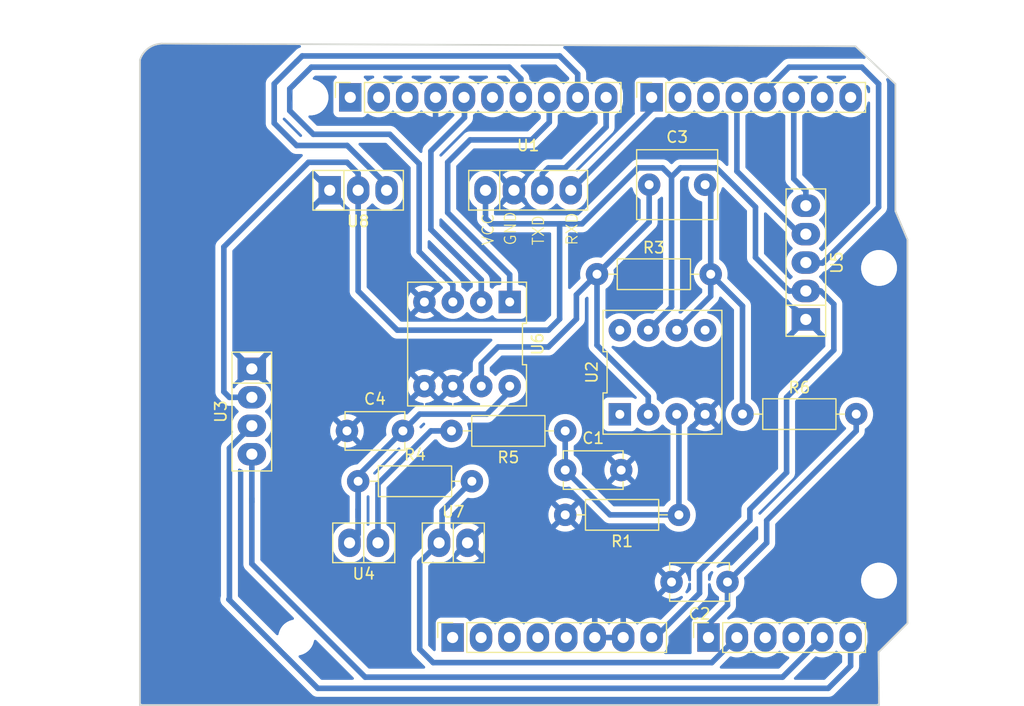
<source format=kicad_pcb>
(kicad_pcb (version 20241229) (generator "pcbnew") (generator_version "9.0")
  (title_block (title "Graphite Sensor Test Bench ") (date "18 Feburary 2026") (rev "1.0"))
  (layers (0 "F.Cu" signal) (2 "B.Cu" signal) (13 "F.Paste" user) (15 "B.Paste" user) (5 "F.SilkS" user "F.Silkscreen") (7 "B.SilkS" user "B.Silkscreen") (1 "F.Mask" user) (3 "B.Mask" user) (25 "Edge.Cuts" user))
  (net 0 "")
  (net 1 "GND")
  (net 3 "+5V")
  (net 4 "/IOREF")
  (net 5 "/A2")
  (net 6 "/A3")
  (net 7 "MOSI")
  (net 8 "SCL")
  (net 9 "SCK")
  (net 10 "/12")
  (net 11 "/AREF")
  (net 12 "SS")
  (net 13 "SDA")
  (net 14 "CLK")
  (net 15 "SW")
  (net 16 "/*6")
  (net 17 "/*5")
  (net 18 "/TX{slash}1")
  (net 19 "DT")
  (net 20 "/RX{slash}0")
  (net 21 "+3V3")
  (net 22 "VCC")
  (net 23 "/~{RESET}")
  (net 26 "Net-(U2-+IN)")
  (net 27 "Net-(U2-OUT)")
  (net 28 "PWM")
  (net 29 "Flex_output")
  (net 30 "TXD")
  (net 31 "RXD")
  (net 32 "ADC")
  (net 33 "Pot_1")
  (net 35 "Net-(U4-Output)")
  (footprint "Connector_PinSocket_2.54mm:PinSocket_1x08_P2.54mm_Vertical" (layer "F.Cu") (at 127.94 97.46 90)
    (property "Reference" "J1" (hide yes))
    (property "Value" "Power")
    (fp_line (start 1.33 -1.33) (end 1.33 0) (stroke (width 0.12)) (layer "F.SilkS"))
    (fp_line (start 0 -1.33) (end 1.33 -1.33) (stroke (width 0.12)) (layer "F.SilkS"))
    (fp_line (start 1.33 1.27) (end 1.33 19.11) (stroke (width 0.12)) (layer "F.SilkS"))
    (fp_line (start -1.33 1.27) (end 1.33 1.27) (stroke (width 0.12)) (layer "F.SilkS"))
    (fp_line (start -1.33 1.27) (end -1.33 19.11) (stroke (width 0.12)) (layer "F.SilkS"))
    (fp_line (start -1.33 19.11) (end 1.33 19.11) (stroke (width 0.12)) (layer "F.SilkS"))
    (pad "1" thru_hole rect (at 0 0 90) (size 2.54 2) (drill 1) (layers "*.Cu" "*.Mask"))
    (pad "2" thru_hole oval (at 0 2.54 90) (size 2.54 2) (drill 1) (layers "*.Cu" "*.Mask") (net 4 "/IOREF"))
    (pad "3" thru_hole oval (at 0 5.08 90) (size 2.54 2) (drill 1) (layers "*.Cu" "*.Mask") (net 23 "/~{RESET}"))
    (pad "4" thru_hole oval (at 0 7.62 90) (size 2.54 2) (drill 1) (layers "*.Cu" "*.Mask") (net 21 "+3V3"))
    (pad "5" thru_hole oval (at 0 10.16 90) (size 2.54 2) (drill 1) (layers "*.Cu" "*.Mask") (net 3 "+5V"))
    (pad "6" thru_hole oval (at 0 12.7 90) (size 2.54 2) (drill 1) (layers "*.Cu" "*.Mask") (net 1 "GND"))
    (pad "7" thru_hole oval (at 0 15.24 90) (size 2.54 2) (drill 1) (layers "*.Cu" "*.Mask") (net 1 "GND"))
    (pad "8" thru_hole oval (at 0 17.78 90) (size 2.54 2) (drill 1) (layers "*.Cu" "*.Mask") (net 22 "VCC"))
  )
  (footprint "Connector_PinSocket_2.54mm:PinSocket_1x06_P2.54mm_Vertical" (layer "F.Cu") (at 150.8 97.46 90)
    (property "Reference" "J3" (hide yes))
    (property "Value" "Analog")
    (fp_line (start 1.33 -1.33) (end 1.33 0) (stroke (width 0.12)) (layer "F.SilkS"))
    (fp_line (start 0 -1.33) (end 1.33 -1.33) (stroke (width 0.12)) (layer "F.SilkS"))
    (fp_line (start 1.33 1.27) (end 1.33 14.03) (stroke (width 0.12)) (layer "F.SilkS"))
    (fp_line (start -1.33 1.27) (end 1.33 1.27) (stroke (width 0.12)) (layer "F.SilkS"))
    (fp_line (start -1.33 1.27) (end -1.33 14.03) (stroke (width 0.12)) (layer "F.SilkS"))
    (fp_line (start -1.33 14.03) (end 1.33 14.03) (stroke (width 0.12)) (layer "F.SilkS"))
    (pad "1" thru_hole rect (at 0 0 90) (size 2.54 2) (drill 1) (layers "*.Cu" "*.Mask") (net 32 "ADC"))
    (pad "2" thru_hole oval (at 0 2.54 90) (size 2.54 2) (drill 1) (layers "*.Cu" "*.Mask") (net 29 "Flex_output"))
    (pad "3" thru_hole oval (at 0 5.08 90) (size 2.54 2) (drill 1) (layers "*.Cu" "*.Mask") (net 5 "/A2"))
    (pad "4" thru_hole oval (at 0 7.62 90) (size 2.54 2) (drill 1) (layers "*.Cu" "*.Mask") (net 6 "/A3"))
    (pad "5" thru_hole oval (at 0 10.16 90) (size 2.54 2) (drill 1) (layers "*.Cu" "*.Mask") (net 13 "SDA"))
    (pad "6" thru_hole oval (at 0 12.7 90) (size 2.54 2) (drill 1) (layers "*.Cu" "*.Mask") (net 8 "SCL"))
  )
  (footprint "Connector_PinSocket_2.54mm:PinSocket_1x10_P2.54mm_Vertical" (layer "F.Cu") (at 118.796 49.2 90)
    (property "Reference" "J2" (hide yes))
    (property "Value" "Digital/PWM")
    (fp_line (start 1.33 -1.33) (end 1.33 0) (stroke (width 0.12)) (layer "F.SilkS"))
    (fp_line (start 0 -1.33) (end 1.33 -1.33) (stroke (width 0.12)) (layer "F.SilkS"))
    (fp_line (start 1.33 1.27) (end 1.33 24.19) (stroke (width 0.12)) (layer "F.SilkS"))
    (fp_line (start -1.33 1.27) (end 1.33 1.27) (stroke (width 0.12)) (layer "F.SilkS"))
    (fp_line (start -1.33 1.27) (end -1.33 24.19) (stroke (width 0.12)) (layer "F.SilkS"))
    (fp_line (start -1.33 24.19) (end 1.33 24.19) (stroke (width 0.12)) (layer "F.SilkS"))
    (pad "1" thru_hole rect (at 0 0 90) (size 2.54 2) (drill 1) (layers "*.Cu" "*.Mask") (net 8 "SCL"))
    (pad "2" thru_hole oval (at 0 2.54 90) (size 2.54 2) (drill 1) (layers "*.Cu" "*.Mask") (net 13 "SDA"))
    (pad "3" thru_hole oval (at 0 5.08 90) (size 2.54 2) (drill 1) (layers "*.Cu" "*.Mask") (net 11 "/AREF"))
    (pad "4" thru_hole oval (at 0 7.62 90) (size 2.54 2) (drill 1) (layers "*.Cu" "*.Mask") (net 1 "GND"))
    (pad "5" thru_hole oval (at 0 10.16 90) (size 2.54 2) (drill 1) (layers "*.Cu" "*.Mask") (net 9 "SCK"))
    (pad "6" thru_hole oval (at 0 12.7 90) (size 2.54 2) (drill 1) (layers "*.Cu" "*.Mask") (net 10 "/12"))
    (pad "7" thru_hole oval (at 0 15.24 90) (size 2.54 2) (drill 1) (layers "*.Cu" "*.Mask") (net 7 "MOSI"))
    (pad "8" thru_hole oval (at 0 17.78 90) (size 2.54 2) (drill 1) (layers "*.Cu" "*.Mask") (net 12 "SS"))
    (pad "9" thru_hole oval (at 0 20.32 90) (size 2.54 2) (drill 1) (layers "*.Cu" "*.Mask") (net 28 "PWM"))
    (pad "10" thru_hole oval (at 0 22.86 90) (size 2.54 2) (drill 1) (layers "*.Cu" "*.Mask") (net 30 "TXD"))
  )
  (footprint "Connector_PinSocket_2.54mm:PinSocket_1x08_P2.54mm_Vertical" (layer "F.Cu") (at 145.72 49.2 90)
    (property "Reference" "J4" (hide yes))
    (property "Value" "Digital/PWM")
    (fp_line (start 1.33 -1.33) (end 1.33 0) (stroke (width 0.12)) (layer "F.SilkS"))
    (fp_line (start 0 -1.33) (end 1.33 -1.33) (stroke (width 0.12)) (layer "F.SilkS"))
    (fp_line (start 1.33 1.27) (end 1.33 19.11) (stroke (width 0.12)) (layer "F.SilkS"))
    (fp_line (start -1.33 1.27) (end 1.33 1.27) (stroke (width 0.12)) (layer "F.SilkS"))
    (fp_line (start -1.33 1.27) (end -1.33 19.11) (stroke (width 0.12)) (layer "F.SilkS"))
    (fp_line (start -1.33 19.11) (end 1.33 19.11) (stroke (width 0.12)) (layer "F.SilkS"))
    (pad "1" thru_hole rect (at 0 0 90) (size 2.54 2) (drill 1) (layers "*.Cu" "*.Mask") (net 31 "RXD"))
    (pad "2" thru_hole oval (at 0 2.54 90) (size 2.54 2) (drill 1) (layers "*.Cu" "*.Mask") (net 16 "/*6"))
    (pad "3" thru_hole oval (at 0 5.08 90) (size 2.54 2) (drill 1) (layers "*.Cu" "*.Mask") (net 17 "/*5"))
    (pad "4" thru_hole oval (at 0 7.62 90) (size 2.54 2) (drill 1) (layers "*.Cu" "*.Mask") (net 19 "DT"))
    (pad "5" thru_hole oval (at 0 10.16 90) (size 2.54 2) (drill 1) (layers "*.Cu" "*.Mask") (net 15 "SW"))
    (pad "6" thru_hole oval (at 0 12.7 90) (size 2.54 2) (drill 1) (layers "*.Cu" "*.Mask") (net 14 "CLK"))
    (pad "7" thru_hole oval (at 0 15.24 90) (size 2.54 2) (drill 1) (layers "*.Cu" "*.Mask") (net 18 "/TX{slash}1"))
    (pad "8" thru_hole oval (at 0 17.78 90) (size 2.54 2) (drill 1) (layers "*.Cu" "*.Mask") (net 20 "/RX{slash}0"))
  )
  (footprint "Capacitor_THT:C_Disc_D5.1mm_W3.2mm_P5.00mm" (layer "F.Cu") (at 138 82.5)
    (property "Reference" "C1" (at 2.5 -2.85 0) (layer "F.SilkS"))
    (property "Value" "100n")
    (fp_line (start -0.17 -1.72) (end -0.17 -1.026) (stroke (width 0.12)) (layer "F.SilkS"))
    (fp_line (start -0.17 -1.72) (end 5.17 -1.72) (stroke (width 0.12)) (layer "F.SilkS"))
    (fp_line (start -0.17 1.026) (end -0.17 1.72) (stroke (width 0.12)) (layer "F.SilkS"))
    (fp_line (start -0.17 1.72) (end 5.17 1.72) (stroke (width 0.12)) (layer "F.SilkS"))
    (fp_line (start 5.17 -1.72) (end 5.17 -1.026) (stroke (width 0.12)) (layer "F.SilkS"))
    (fp_line (start 5.17 1.026) (end 5.17 1.72) (stroke (width 0.12)) (layer "F.SilkS"))
    (pad "1" thru_hole circle (at 0 0) (size 2 2) (drill 0.8) (layers "*.Cu" "*.Mask") (net 26 "Net-(U2-+IN)"))
    (pad "2" thru_hole circle (at 5 0) (size 2 2) (drill 0.8) (layers "*.Cu" "*.Mask") (net 1 "GND"))
  )
  (footprint "Resistor_THT:R_Axial_DIN0207_L6.3mm_D2.5mm_P10.16mm_Horizontal" (layer "F.Cu") (at 148.16 86.5 180)
    (property "Reference" "R1" (at 5.08 -2.37 0) (layer "F.SilkS"))
    (property "Value" "100k")
    (fp_line (start 9.12 0) (end 8.35 0) (stroke (width 0.12)) (layer "F.SilkS"))
    (fp_line (start 1.04 0) (end 1.81 0) (stroke (width 0.12)) (layer "F.SilkS"))
    (fp_rect (start 1.81 -1.37) (end 8.35 1.37) (stroke (width 0.12)) (fill no) (layer "F.SilkS"))
    (pad "1" thru_hole circle (at 0 0 180) (size 2 2) (drill 0.8) (layers "*.Cu" "*.Mask") (net 26 "Net-(U2-+IN)"))
    (pad "2" thru_hole circle (at 10.16 0 180) (size 2 2) (drill 0.8) (layers "*.Cu" "*.Mask") (net 1 "GND"))
  )
  (footprint "Resistor_THT:R_Axial_DIN0207_L6.3mm_D2.5mm_P10.16mm_Horizontal" (layer "F.Cu") (at 140.84 65)
    (property "Reference" "R3" (at 5.08 -2.37 0) (layer "F.SilkS"))
    (property "Value" "100k")
    (fp_line (start 1.04 0) (end 1.81 0) (stroke (width 0.12)) (layer "F.SilkS"))
    (fp_line (start 9.12 0) (end 8.35 0) (stroke (width 0.12)) (layer "F.SilkS"))
    (fp_rect (start 1.81 -1.37) (end 8.35 1.37) (stroke (width 0.12)) (fill no) (layer "F.SilkS"))
    (pad "1" thru_hole circle (at 0 0) (size 2 2) (drill 0.8) (layers "*.Cu" "*.Mask") (net 33 "Pot_1"))
    (pad "2" thru_hole circle (at 10.16 0) (size 2 2) (drill 0.8) (layers "*.Cu" "*.Mask") (net 27 "Net-(U2-OUT)"))
  )
  (footprint "graphite_empreinte:Servomotor_header" (layer "F.Cu") (at 119.5 57.5)
    (property "Reference" "U8" (at 0 2.77 0) (layer "F.SilkS"))
    (property "Value" "Servomotor")
    (fp_line (start -4.04 -1.77) (end 4.04 -1.77) (stroke (width 0.12)) (layer "F.SilkS"))
    (fp_line (start -4.04 1.77) (end -4.04 -1.77) (stroke (width 0.12)) (layer "F.SilkS"))
    (fp_line (start -1.27 -1.77) (end -1.27 1.77) (stroke (width 0.12)) (layer "F.SilkS"))
    (fp_line (start 4.04 -1.77) (end 4.04 1.77) (stroke (width 0.12)) (layer "F.SilkS"))
    (fp_line (start 4.04 1.77) (end -4.04 1.77) (stroke (width 0.12)) (layer "F.SilkS"))
    (pad "1" thru_hole rect (at -2.54 0) (size 2 2.54) (drill 1) (layers "*.Cu" "*.Mask") (net 1 "GND"))
    (pad "2" thru_hole oval (at 0 0) (size 2 2.54) (drill 1) (layers "*.Cu" "*.Mask") (net 22 "VCC"))
    (pad "3" thru_hole oval (at 2.54 0) (size 2 2.54) (drill 1) (layers "*.Cu" "*.Mask") (net 28 "PWM"))
  )
  (footprint "graphite_empreinte:LTC1050_1" (layer "F.Cu") (at 146.69 73.76)
    (property "Reference" "U2" (at -6.31 0 90) (layer "F.SilkS"))
    (property "Value" "LTC1050CN8")
    (fp_line (start -5.31 -5.53) (end -5.31 -1.843333) (stroke (width 0.12)) (layer "F.SilkS"))
    (fp_line (start -5.31 -1.843333) (end -4.95 -1.843333) (stroke (width 0.12)) (layer "F.SilkS"))
    (fp_line (start -5.31 1.843333) (end -5.31 5.53) (stroke (width 0.12)) (layer "F.SilkS"))
    (fp_line (start -5.31 5.53) (end 5.31 5.53) (stroke (width 0.12)) (layer "F.SilkS"))
    (fp_line (start -4.95 -1.843333) (end -4.95 1.843333) (stroke (width 0.12)) (layer "F.SilkS"))
    (fp_line (start -4.95 1.843333) (end -5.31 1.843333) (stroke (width 0.12)) (layer "F.SilkS"))
    (fp_line (start 5.31 -5.53) (end -5.31 -5.53) (stroke (width 0.12)) (layer "F.SilkS"))
    (fp_line (start 5.31 5.53) (end 5.31 -5.53) (stroke (width 0.12)) (layer "F.SilkS"))
    (pad "1" thru_hole rect (at -3.81 3.76) (size 2 2) (drill 0.8) (layers "*.Cu" "*.Mask"))
    (pad "2" thru_hole circle (at -1.27 3.76) (size 2 2) (drill 0.8) (layers "*.Cu" "*.Mask") (net 33 "Pot_1"))
    (pad "3" thru_hole circle (at 1.27 3.76) (size 2 2) (drill 0.8) (layers "*.Cu" "*.Mask") (net 26 "Net-(U2-+IN)"))
    (pad "4" thru_hole circle (at 3.81 3.76) (size 2 2) (drill 0.8) (layers "*.Cu" "*.Mask") (net 1 "GND"))
    (pad "5" thru_hole circle (at 3.81 -3.76) (size 2 2) (drill 0.8) (layers "*.Cu" "*.Mask"))
    (pad "6" thru_hole circle (at 1.27 -3.76) (size 2 2) (drill 0.8) (layers "*.Cu" "*.Mask") (net 27 "Net-(U2-OUT)"))
    (pad "7" thru_hole circle (at -1.27 -3.76) (size 2 2) (drill 0.8) (layers "*.Cu" "*.Mask") (net 22 "VCC"))
    (pad "8" thru_hole circle (at -3.81 -3.76) (size 2 2) (drill 0.8) (layers "*.Cu" "*.Mask"))
  )
  (footprint "Arduino_MountingHole:MountingHole_3.2mm" (layer "F.Cu") (at 115.24 49.2)
    (property "Reference" "MH1" (hide yes))
    (property "Value" "MountingHole_3.2mm" (hide yes))
    (pad "" np_thru_hole circle (at 0 0) (size 3.2 3.2) (drill 3.2) (layers "*.Cu" "*.Mask"))
  )
  (footprint "Resistor_THT:R_Axial_DIN0207_L6.3mm_D2.5mm_P10.16mm_Horizontal" (layer "F.Cu") (at 119.5 83.5)
    (property "Reference" "R4" (at 5.08 -2.37 0) (layer "F.SilkS"))
    (property "Value" "27k")
    (fp_line (start 1.04 0) (end 1.81 0) (stroke (width 0.12)) (layer "F.SilkS"))
    (fp_line (start 9.12 0) (end 8.35 0) (stroke (width 0.12)) (layer "F.SilkS"))
    (fp_rect (start 1.81 -1.37) (end 8.35 1.37) (stroke (width 0.12)) (fill no) (layer "F.SilkS"))
    (pad "1" thru_hole circle (at 0 0) (size 2 2) (drill 0.8) (layers "*.Cu" "*.Mask") (net 22 "VCC"))
    (pad "2" thru_hole circle (at 10.16 0) (size 2 2) (drill 0.8) (layers "*.Cu" "*.Mask") (net 29 "Flex_output"))
  )
  (footprint "graphite_empreinte:2_pin_header" (layer "F.Cu") (at 128 89 180)
    (property "Reference" "U7" (at 0 2.77 0) (layer "F.SilkS"))
    (property "Value" "Flex_sensor")
    (fp_line (start 2.77 1.77) (end -2.77 1.77) (stroke (width 0.12)) (layer "F.SilkS"))
    (fp_line (start 2.77 -1.77) (end 2.77 1.77) (stroke (width 0.12)) (layer "F.SilkS"))
    (fp_line (start 0 -1.77) (end 0 1.77) (stroke (width 0.12)) (layer "F.SilkS"))
    (fp_line (start -2.77 1.77) (end -2.77 -1.77) (stroke (width 0.12)) (layer "F.SilkS"))
    (fp_line (start -2.77 -1.77) (end 2.77 -1.77) (stroke (width 0.12)) (layer "F.SilkS"))
    (pad "1" thru_hole oval (at -1.27 0 180) (size 2 2.54) (drill 1) (layers "*.Cu" "*.Mask") (net 1 "GND"))
    (pad "2" thru_hole oval (at 1.27 0 180) (size 2 2.54) (drill 1) (layers "*.Cu" "*.Mask") (net 29 "Flex_output"))
  )
  (footprint "Resistor_THT:R_Axial_DIN0207_L6.3mm_D2.5mm_P10.16mm_Horizontal" (layer "F.Cu") (at 153.84 77.5)
    (property "Reference" "R6" (at 5.08 -2.37 0) (layer "F.SilkS"))
    (property "Value" "1k")
    (fp_line (start 1.04 0) (end 1.81 0) (stroke (width 0.12)) (layer "F.SilkS"))
    (fp_line (start 9.12 0) (end 8.35 0) (stroke (width 0.12)) (layer "F.SilkS"))
    (fp_rect (start 1.81 -1.37) (end 8.35 1.37) (stroke (width 0.12)) (fill no) (layer "F.SilkS"))
    (pad "1" thru_hole circle (at 0 0) (size 2 2) (drill 0.8) (layers "*.Cu" "*.Mask") (net 27 "Net-(U2-OUT)"))
    (pad "2" thru_hole circle (at 10.16 0) (size 2 2) (drill 0.8) (layers "*.Cu" "*.Mask") (net 32 "ADC"))
  )
  (footprint "Capacitor_THT:C_Disc_D5.1mm_W3.2mm_P5.00mm" (layer "F.Cu") (at 118.5 79)
    (property "Reference" "C4" (at 2.5 -2.85 0) (layer "F.SilkS"))
    (property "Value" "100n")
    (fp_line (start -0.17 -1.72) (end -0.17 -1.026) (stroke (width 0.12)) (layer "F.SilkS"))
    (fp_line (start -0.17 -1.72) (end 5.17 -1.72) (stroke (width 0.12)) (layer "F.SilkS"))
    (fp_line (start -0.17 1.026) (end -0.17 1.72) (stroke (width 0.12)) (layer "F.SilkS"))
    (fp_line (start -0.17 1.72) (end 5.17 1.72) (stroke (width 0.12)) (layer "F.SilkS"))
    (fp_line (start 5.17 -1.72) (end 5.17 -1.026) (stroke (width 0.12)) (layer "F.SilkS"))
    (fp_line (start 5.17 1.026) (end 5.17 1.72) (stroke (width 0.12)) (layer "F.SilkS"))
    (pad "1" thru_hole circle (at 0 0) (size 2 2) (drill 0.8) (layers "*.Cu" "*.Mask") (net 1 "GND"))
    (pad "2" thru_hole circle (at 5 0) (size 2 2) (drill 0.8) (layers "*.Cu" "*.Mask") (net 22 "VCC"))
  )
  (footprint "graphite_empreinte:OLED_header" (layer "F.Cu") (at 110 77.27 -90)
    (property "Reference" "U3" (at 0 2.77 90) (layer "F.SilkS"))
    (property "Value" "DM_OLED_096_636")
    (fp_line (start -5.31 1.77) (end -5.31 -1.77) (stroke (width 0.12)) (layer "F.SilkS"))
    (fp_line (start 5.31 1.77) (end -5.31 1.77) (stroke (width 0.12)) (layer "F.SilkS"))
    (fp_line (start -5.31 -1.77) (end 5.31 -1.77) (stroke (width 0.12)) (layer "F.SilkS"))
    (fp_line (start -2.54 -1.77) (end -2.54 1.77) (stroke (width 0.12)) (layer "F.SilkS"))
    (fp_line (start 5.31 -1.77) (end 5.31 1.77) (stroke (width 0.12)) (layer "F.SilkS"))
    (pad "1" thru_hole rect (at -3.81 0 270) (size 2 2.54) (drill 1) (layers "*.Cu" "*.Mask") (net 1 "GND"))
    (pad "2" thru_hole oval (at -1.27 0 270) (size 2 2.54) (drill 1) (layers "*.Cu" "*.Mask") (net 22 "VCC"))
    (pad "3" thru_hole oval (at 1.27 0 270) (size 2 2.54) (drill 1) (layers "*.Cu" "*.Mask") (net 8 "SCL"))
    (pad "4" thru_hole oval (at 3.81 0 270) (size 2 2.54) (drill 1) (layers "*.Cu" "*.Mask") (net 13 "SDA"))
  )
  (footprint "graphite_empreinte:2_pin_header" (layer "F.Cu") (at 120 89)
    (property "Reference" "U4" (at 0 2.77 0) (layer "F.SilkS"))
    (property "Value" "Graphite_sensor")
    (fp_line (start -2.77 -1.77) (end 2.77 -1.77) (stroke (width 0.12)) (layer "F.SilkS"))
    (fp_line (start -2.77 1.77) (end -2.77 -1.77) (stroke (width 0.12)) (layer "F.SilkS"))
    (fp_line (start 0 -1.77) (end 0 1.77) (stroke (width 0.12)) (layer "F.SilkS"))
    (fp_line (start 2.77 -1.77) (end 2.77 1.77) (stroke (width 0.12)) (layer "F.SilkS"))
    (fp_line (start 2.77 1.77) (end -2.77 1.77) (stroke (width 0.12)) (layer "F.SilkS"))
    (pad "1" thru_hole oval (at -1.27 0) (size 2 2.54) (drill 1) (layers "*.Cu" "*.Mask") (net 22 "VCC"))
    (pad "2" thru_hole oval (at 1.27 0) (size 2 2.54) (drill 1) (layers "*.Cu" "*.Mask") (net 35 "Net-(U4-Output)"))
  )
  (footprint "graphite_empreinte:LTC1050_1" (layer "F.Cu") (at 129.23 71.24 180)
    (property "Reference" "U6" (at -6.31 0 90) (layer "F.SilkS"))
    (property "Value" "Potentionmettre_MCP41010")
    (fp_line (start 5.31 5.53) (end 5.31 -5.53) (stroke (width 0.12)) (layer "F.SilkS"))
    (fp_line (start 5.31 -5.53) (end -5.31 -5.53) (stroke (width 0.12)) (layer "F.SilkS"))
    (fp_line (start -4.95 1.843333) (end -5.31 1.843333) (stroke (width 0.12)) (layer "F.SilkS"))
    (fp_line (start -4.95 -1.843333) (end -4.95 1.843333) (stroke (width 0.12)) (layer "F.SilkS"))
    (fp_line (start -5.31 5.53) (end 5.31 5.53) (stroke (width 0.12)) (layer "F.SilkS"))
    (fp_line (start -5.31 1.843333) (end -5.31 5.53) (stroke (width 0.12)) (layer "F.SilkS"))
    (fp_line (start -5.31 -1.843333) (end -4.95 -1.843333) (stroke (width 0.12)) (layer "F.SilkS"))
    (fp_line (start -5.31 -5.53) (end -5.31 -1.843333) (stroke (width 0.12)) (layer "F.SilkS"))
    (pad "1" thru_hole rect (at -3.81 3.76 180) (size 2 2) (drill 0.8) (layers "*.Cu" "*.Mask") (net 12 "SS"))
    (pad "2" thru_hole circle (at -1.27 3.76 180) (size 2 2) (drill 0.8) (layers "*.Cu" "*.Mask") (net 9 "SCK"))
    (pad "3" thru_hole circle (at 1.27 3.76 180) (size 2 2) (drill 0.8) (layers "*.Cu" "*.Mask") (net 7 "MOSI"))
    (pad "4" thru_hole circle (at 3.81 3.76 180) (size 2 2) (drill 0.8) (layers "*.Cu" "*.Mask") (net 1 "GND"))
    (pad "5" thru_hole circle (at 3.81 -3.76 180) (size 2 2) (drill 0.8) (layers "*.Cu" "*.Mask") (net 1 "GND"))
    (pad "6" thru_hole circle (at 1.27 -3.76 180) (size 2 2) (drill 0.8) (layers "*.Cu" "*.Mask") (net 1 "GND"))
    (pad "7" thru_hole circle (at -1.27 -3.76 180) (size 2 2) (drill 0.8) (layers "*.Cu" "*.Mask") (net 33 "Pot_1"))
    (pad "8" thru_hole circle (at -3.81 -3.76 180) (size 2 2) (drill 0.8) (layers "*.Cu" "*.Mask") (net 22 "VCC"))
  )
  (footprint "Arduino_MountingHole:MountingHole_3.2mm" (layer "F.Cu") (at 113.97 97.46)
    (property "Reference" "MH2" (hide yes))
    (property "Value" "MountingHole_3.2mm" (hide yes))
    (pad "" np_thru_hole circle (at 0 0) (size 3.2 3.2) (drill 3.2) (layers "*.Cu" "*.Mask"))
  )
  (footprint "Capacitor_THT:C_Disc_D5.1mm_W3.2mm_P5.00mm" (layer "F.Cu") (at 152.5 92.5 180)
    (property "Reference" "C2" (at 2.5 -2.85 0) (layer "F.SilkS"))
    (property "Value" "100n")
    (fp_line (start 5.17 1.026) (end 5.17 1.72) (stroke (width 0.12)) (layer "F.SilkS"))
    (fp_line (start 5.17 -1.72) (end 5.17 -1.026) (stroke (width 0.12)) (layer "F.SilkS"))
    (fp_line (start -0.17 1.72) (end 5.17 1.72) (stroke (width 0.12)) (layer "F.SilkS"))
    (fp_line (start -0.17 1.026) (end -0.17 1.72) (stroke (width 0.12)) (layer "F.SilkS"))
    (fp_line (start -0.17 -1.72) (end 5.17 -1.72) (stroke (width 0.12)) (layer "F.SilkS"))
    (fp_line (start -0.17 -1.72) (end -0.17 -1.026) (stroke (width 0.12)) (layer "F.SilkS"))
    (pad "1" thru_hole circle (at 0 0 180) (size 2 2) (drill 0.8) (layers "*.Cu" "*.Mask") (net 32 "ADC"))
    (pad "2" thru_hole circle (at 5 0 180) (size 2 2) (drill 0.8) (layers "*.Cu" "*.Mask") (net 1 "GND"))
  )
  (footprint "Arduino_MountingHole:MountingHole_3.2mm" (layer "F.Cu") (at 166.04 64.44)
    (property "Reference" "MH3" (hide yes))
    (property "Value" "MountingHole_3.2mm" (hide yes))
    (pad "" np_thru_hole circle (at 0 0) (size 3.2 3.2) (drill 3.2) (layers "*.Cu" "*.Mask"))
  )
  (footprint "Capacitor_THT:C_Rect_L7.0mm_W6.0mm_P5.00mm" (layer "F.Cu") (at 145.5 57)
    (property "Reference" "C3" (at 2.5 -4.25 0) (layer "F.SilkS"))
    (property "Value" "1u")
    (fp_line (start -1.12 -3.12) (end -1.12 3.12) (stroke (width 0.12)) (layer "F.SilkS"))
    (fp_line (start -1.12 -3.12) (end 6.12 -3.12) (stroke (width 0.12)) (layer "F.SilkS"))
    (fp_line (start -1.12 3.12) (end 6.12 3.12) (stroke (width 0.12)) (layer "F.SilkS"))
    (fp_line (start 6.12 -3.12) (end 6.12 3.12) (stroke (width 0.12)) (layer "F.SilkS"))
    (pad "1" thru_hole circle (at 0 0) (size 2 2) (drill 0.8) (layers "*.Cu" "*.Mask") (net 33 "Pot_1"))
    (pad "2" thru_hole circle (at 5 0) (size 2 2) (drill 0.8) (layers "*.Cu" "*.Mask") (net 27 "Net-(U2-OUT)"))
  )
  (footprint "Arduino_MountingHole:MountingHole_3.2mm" (layer "F.Cu") (at 166.04 92.38)
    (property "Reference" "MH4" (hide yes))
    (property "Value" "MountingHole_3.2mm" (hide yes))
    (pad "" np_thru_hole circle (at 0 0) (size 3.2 3.2) (drill 3.2) (layers "*.Cu" "*.Mask"))
  )
  (footprint "graphite_empreinte:Bluetooth_HC05" (layer "F.Cu") (at 134.69 57.5)
    (property "Reference" "U1" (at 0 -4 0) (layer "F.SilkS"))
    (property "Value" "Bluetooth_HC05")
    (fp_line (start -5.31 -1.77) (end 5.31 -1.77) (stroke (width 0.12)) (layer "F.SilkS"))
    (fp_line (start -5.31 1.77) (end -5.31 -1.77) (stroke (width 0.12)) (layer "F.SilkS"))
    (fp_line (start -2.54 -1.77) (end -2.54 1.77) (stroke (width 0.12)) (layer "F.SilkS"))
    (fp_line (start 5.31 -1.77) (end 5.31 1.77) (stroke (width 0.12)) (layer "F.SilkS"))
    (fp_line (start 5.31 1.77) (end -5.31 1.77) (stroke (width 0.12)) (layer "F.SilkS"))
    (fp_text user "GND" (at -1 5 90) (layer "F.SilkS") (effects (font (thickness 0.1)) (justify left bottom)))
    (fp_text user "TXD" (at 1.5 5 90) (layer "F.SilkS") (effects (font (thickness 0.1)) (justify left bottom)))
    (fp_text user "RXD" (at 4.5 5 90) (layer "F.SilkS") (effects (font (thickness 0.1)) (justify left bottom)))
    (fp_text user "VCC" (at -3 5 90) (layer "F.SilkS") (effects (font (thickness 0.1)) (justify left bottom)))
    (pad "1" thru_hole oval (at -3.81 0) (size 2 2.54) (drill 1) (layers "*.Cu" "*.Mask") (net 22 "VCC"))
    (pad "2" thru_hole oval (at -1.27 0) (size 2 2.54) (drill 1) (layers "*.Cu" "*.Mask") (net 1 "GND"))
    (pad "3" thru_hole oval (at 1.27 0) (size 2 2.54) (drill 1) (layers "*.Cu" "*.Mask") (net 30 "TXD"))
    (pad "4" thru_hole oval (at 3.81 0) (size 2 2.54) (drill 1) (layers "*.Cu" "*.Mask") (net 31 "RXD"))
  )
  (footprint "Resistor_THT:R_Axial_DIN0207_L6.3mm_D2.5mm_P10.16mm_Horizontal" (layer "F.Cu") (at 138 79 180)
    (property "Reference" "R5" (at 5.08 -2.37 0) (layer "F.SilkS"))
    (property "Value" "10k")
    (fp_line (start 9.12 0) (end 8.35 0) (stroke (width 0.12)) (layer "F.SilkS"))
    (fp_line (start 1.04 0) (end 1.81 0) (stroke (width 0.12)) (layer "F.SilkS"))
    (fp_rect (start 1.81 -1.37) (end 8.35 1.37) (stroke (width 0.12)) (fill no) (layer "F.SilkS"))
    (pad "1" thru_hole circle (at 0 0 180) (size 2 2) (drill 0.8) (layers "*.Cu" "*.Mask") (net 26 "Net-(U2-+IN)"))
    (pad "2" thru_hole circle (at 10.16 0 180) (size 2 2) (drill 0.8) (layers "*.Cu" "*.Mask") (net 35 "Net-(U4-Output)"))
  )
  (footprint "graphite_empreinte:Rotatory_encoder_header" (layer "F.Cu") (at 159.5 63.96 90)
    (property "Reference" "U5" (at 0 2.77 90) (layer "F.SilkS"))
    (property "Value" "Rotary_encoder_KY_040")
    (fp_line (start 6.58 -1.77) (end 6.58 1.77) (stroke (width 0.12)) (layer "F.SilkS"))
    (fp_line (start -3.81 -1.77) (end -3.81 1.77) (stroke (width 0.12)) (layer "F.SilkS"))
    (fp_line (start -6.58 -1.77) (end 6.58 -1.77) (stroke (width 0.12)) (layer "F.SilkS"))
    (fp_line (start 6.58 1.77) (end -6.58 1.77) (stroke (width 0.12)) (layer "F.SilkS"))
    (fp_line (start -6.58 1.77) (end -6.58 -1.77) (stroke (width 0.12)) (layer "F.SilkS"))
    (pad "1" thru_hole rect (at -5.08 0 90) (size 2 2.54) (drill 1) (layers "*.Cu" "*.Mask") (net 1 "GND"))
    (pad "2" thru_hole oval (at -2.54 0 90) (size 2 2.54) (drill 1) (layers "*.Cu" "*.Mask") (net 22 "VCC"))
    (pad "3" thru_hole oval (at 0 0 90) (size 2 2.54) (drill 1) (layers "*.Cu" "*.Mask") (net 15 "SW"))
    (pad "4" thru_hole oval (at 2.54 0 90) (size 2 2.54) (drill 1) (layers "*.Cu" "*.Mask") (net 19 "DT"))
    (pad "5" thru_hole oval (at 5.08 0 90) (size 2 2.54) (drill 1) (layers "*.Cu" "*.Mask") (net 14 "CLK"))
  )
  (gr_line (start 167.5 59.36) (end 168.58 61.9) (stroke (width 0.15)) (layer "Edge.Cuts"))
  (gr_line (start 100 103.5) (end 100 45.860399) (stroke (width 0.15)) (layer "Edge.Cuts"))
  (gr_line (start 168.58 61.9) (end 168.58 96.19) (stroke (width 0.15)) (layer "Edge.Cuts"))
  (gr_line (start 166 103.5) (end 100 103.5) (stroke (width 0.15)) (layer "Edge.Cuts"))
  (gr_line (start 101.893 44.400217) (end 163.9345 44.633123) (stroke (width 0.15)) (layer "Edge.Cuts"))
  (gr_line (start 168.58 96.19) (end 166.04 98.73) (stroke (width 0.15)) (layer "Edge.Cuts"))
  (gr_line (start 163.9345 44.633123) (end 167.5 48) (stroke (width 0.15)) (layer "Edge.Cuts"))
  (gr_line (start 167.5 48) (end 167.5 59.36) (stroke (width 0.15)) (layer "Edge.Cuts"))
  (gr_line (start 166 98.73) (end 166.04 103.5) (stroke (width 0.15)) (layer "Edge.Cuts"))
  (gr_arc (start 100 45.860399) (mid 100.761843 44.804106) (end 102 44.400217) (stroke (width 0.15)) (layer "Edge.Cuts"))
  (segment (start 127.96 65.96) (end 127 65) (width 0.5) (layer "B.Cu") (net 7))
  (segment (start 133.5 49.736) (end 134.036 49.2) (width 0.5) (layer "B.Cu") (net 7))
  (segment (start 115.5 52.5) (end 113.389 50.389) (width 0.5) (layer "B.Cu") (net 7))
  (segment (start 124.951 55.128976) (end 122.322024 52.5) (width 0.5) (layer "B.Cu") (net 7))
  (segment (start 115.322291 46.5) (end 133 46.5) (width 0.5) (layer "B.Cu") (net 7))
  (segment (start 133.5 48.664) (end 134.036 49.2) (width 0.5) (layer "B.Cu") (net 7))
  (segment (start 127 65) (end 126.968636 65) (width 0.5) (layer "B.Cu") (net 7))
  (segment (start 133 46.5) (end 134.036 47.536) (width 0.5) (layer "B.Cu") (net 7))
  (segment (start 124.951 62.982364) (end 124.951 55.128976) (width 0.5) (layer "B.Cu") (net 7))
  (segment (start 126.968636 65) (end 124.951 62.982364) (width 0.5) (layer "B.Cu") (net 7))
  (segment (start 113.389 50.389) (end 113.389 48.433291) (width 0.5) (layer "B.Cu") (net 7))
  (segment (start 122.322024 52.5) (end 115.5 52.5) (width 0.5) (layer "B.Cu") (net 7))
  (segment (start 127.96 67.48) (end 127.96 65.96) (width 0.5) (layer "B.Cu") (net 7))
  (segment (start 134.036 47.536) (end 134.036 49.2) (width 0.5) (layer "B.Cu") (net 7))
  (segment (start 113.389 48.433291) (end 115.322291 46.5) (width 0.5) (layer "B.Cu") (net 7))
  (segment (start 163.5 100) (end 163.5 97.46) (width 0.5) (layer "B.Cu") (net 8))
  (segment (start 110 78.54) (end 108 80.54) (width 0.5) (layer "B.Cu") (net 8))
  (segment (start 115.892291 102) (end 161.5 102) (width 0.5) (layer "B.Cu") (net 8))
  (segment (start 108 94) (end 107.946145 94.053855) (width 0.5) (layer "B.Cu") (net 8))
  (segment (start 107.946145 94.053855) (end 115.892291 102) (width 0.5) (layer "B.Cu") (net 8))
  (segment (start 108 80.54) (end 108 94) (width 0.5) (layer "B.Cu") (net 8))
  (segment (start 161.5 102) (end 163.5 100) (width 0.5) (layer "B.Cu") (net 8))
  (segment (start 129 49.244) (end 129 51) (width 0.5) (layer "B.Cu") (net 9))
  (segment (start 128.956 49.2) (end 129 49.244) (width 0.5) (layer "B.Cu") (net 9))
  (segment (start 126 61) (end 130.5 65.5) (width 0.5) (layer "B.Cu") (net 9))
  (segment (start 126 54) (end 126 61) (width 0.5) (layer "B.Cu") (net 9))
  (segment (start 130.5 65.5) (end 130.5 67.48) (width 0.5) (layer "B.Cu") (net 9))
  (segment (start 129 51) (end 126 54) (width 0.5) (layer "B.Cu") (net 9))
  (segment (start 136.576 51.424) (end 136.576 49.2) (width 0.5) (layer "B.Cu") (net 12))
  (segment (start 129.5 53) (end 135 53) (width 0.5) (layer "B.Cu") (net 12))
  (segment (start 127.5 55) (end 129.5 53) (width 0.5) (layer "B.Cu") (net 12))
  (segment (start 133.04 65.04) (end 127.5 59.5) (width 0.5) (layer "B.Cu") (net 12))
  (segment (start 127.5 59.5) (end 127.5 55) (width 0.5) (layer "B.Cu") (net 12))
  (segment (start 135 53) (end 136.576 51.424) (width 0.5) (layer "B.Cu") (net 12))
  (segment (start 133.04 67.48) (end 133.04 65.04) (width 0.5) (layer "B.Cu") (net 12))
  (segment (start 157.42 101) (end 160.96 97.46) (width 0.5) (layer "B.Cu") (net 13))
  (segment (start 110 81.08) (end 110 85.362024) (width 0.5) (layer "B.Cu") (net 13))
  (segment (start 110 85.362024) (end 110 85) (width 0.5) (layer "B.Cu") (net 13))
  (segment (start 110 85.362024) (end 110 90.872291) (width 0.5) (layer "B.Cu") (net 13))
  (segment (start 110 90.872291) (end 120.127709 101) (width 0.5) (layer "B.Cu") (net 13))
  (segment (start 120.127709 101) (end 157.42 101) (width 0.5) (layer "B.Cu") (net 13))
  (segment (start 159.5 58.88) (end 159.5 57.5533) (width 0.5) (layer "B.Cu") (net 14))
  (segment (start 158.42 49.2) (end 158.42 56.4733) (width 0.5) (layer "B.Cu") (net 14))
  (segment (start 158.42 56.4733) (end 159.5 57.5533) (width 0.5) (layer "B.Cu") (net 14))
  (segment (start 155.7 49.2) (end 155.5 49) (width 0.5) (layer "B.Cu") (net 15))
  (segment (start 164.5 46.5) (end 166 48) (width 0.5) (layer "B.Cu") (net 15))
  (segment (start 166 59) (end 161 64) (width 0.5) (layer "B.Cu") (net 15))
  (segment (start 158 46.5) (end 164.5 46.5) (width 0.5) (layer "B.Cu") (net 15))
  (segment (start 155.88 49.2) (end 155.7 49.2) (width 0.5) (layer "B.Cu") (net 15))
  (segment (start 166 48) (end 166 59) (width 0.5) (layer "B.Cu") (net 15))
  (segment (start 159.54 64) (end 159.5 63.96) (width 0.5) (layer "B.Cu") (net 15))
  (segment (start 155.5 49) (end 158 46.5) (width 0.5) (layer "B.Cu") (net 15))
  (segment (start 161 64) (end 159.54 64) (width 0.5) (layer "B.Cu") (net 15))
  (segment (start 159.5 61.42) (end 158.96 61.42) (width 0.5) (layer "B.Cu") (net 19))
  (segment (start 153.34 55.8) (end 153.34 49.2) (width 0.5) (layer "B.Cu") (net 19))
  (segment (start 158.96 61.42) (end 153.34 55.8) (width 0.5) (layer "B.Cu") (net 19))
  (segment (start 119.5 83.5) (end 119.5 84) (width 0.5) (layer "F.Cu") (net 22))
  (segment (start 159.5 66.5) (end 160.816 66.5) (width 0.5) (layer "B.Cu") (net 22))
  (segment (start 130.88 57.5) (end 130.88 57.88) (width 0.5) (layer "B.Cu") (net 22))
  (segment (start 123.5 79) (end 119.5 83) (width 0.5) (layer "B.Cu") (net 22))
  (segment (start 123 70) (end 119.5 66.5) (width 0.5) (layer "B.Cu") (net 22))
  (segment (start 157.779 76) (end 157.779 82.721) (width 0.5) (layer "B.Cu") (net 22))
  (segment (start 162 71.779) (end 157.779 76) (width 0.5) (layer "B.Cu") (net 22))
  (segment (start 148.297787 55.5) (end 151.5 55.5) (width 0.5) (layer "B.Cu") (net 22))
  (segment (start 137.5 60.5) (end 137.5 69) (width 0.5) (layer "B.Cu") (net 22))
  (segment (start 108 76) (end 110 76) (width 0.5) (layer "B.Cu") (net 22))
  (segment (start 159.5 66.5) (end 159.5 67) (width 0.5) (layer "B.Cu") (net 22))
  (segment (start 150 93.5) (end 150 91.5) (width 0.5) (layer "B.Cu") (net 22))
  (segment (start 123.5 79) (end 125 77.5) (width 0.5) (layer "B.Cu") (net 22))
  (segment (start 115.062 55) (end 107.5 62.562) (width 0.5) (layer "B.Cu") (net 22))
  (segment (start 133.04 75.46) (end 133.04 75) (width 0.5) (layer "B.Cu") (net 22))
  (segment (start 119.5 83.5) (end 119.5 88.23) (width 0.5) (layer "B.Cu") (net 22))
  (segment (start 158 66.5) (end 159.5 66.5) (width 0.5) (layer "B.Cu") (net 22))
  (segment (start 147.5 56.297787) (end 148.297787 55.5) (width 0.5) (layer "B.Cu") (net 22))
  (segment (start 137.5 60.5) (end 131.38 60.5) (width 0.5) (layer "B.Cu") (net 22))
  (segment (start 119.5 56) (end 118.5 55) (width 0.5) (layer "B.Cu") (net 22))
  (segment (start 131 77.5) (end 133.04 75.46) (width 0.5) (layer "B.Cu") (net 22))
  (segment (start 151.5 55.5) (end 155 59) (width 0.5) (layer "B.Cu") (net 22))
  (segment (start 119.5 66.5) (end 119.5 57.5) (width 0.5) (layer "B.Cu") (net 22))
  (segment (start 160.816 66.5) (end 162 67.684) (width 0.5) (layer "B.Cu") (net 22))
  (segment (start 107.5 62.562) (end 107.5 75.5) (width 0.5) (layer "B.Cu") (net 22))
  (segment (start 119.5 86) (end 119.5 88.23) (width 0.5) (layer "B.Cu") (net 22))
  (segment (start 145.72 97.46) (end 145.96 97.46) (width 0.5) (layer "B.Cu") (net 22))
  (segment (start 145.42 70) (end 147.5 67.92) (width 0.5) (layer "B.Cu") (net 22))
  (segment (start 147.5 56.297787) (end 146.702213 55.5) (width 0.5) (layer "B.Cu") (net 22))
  (segment (start 125 77.5) (end 131 77.5) (width 0.5) (layer "B.Cu") (net 22))
  (segment (start 162 67.684) (end 162 71.779) (width 0.5) (layer "B.Cu") (net 22))
  (segment (start 118.5 55) (end 115.062 55) (width 0.5) (layer "B.Cu") (net 22))
  (segment (start 147.5 67.92) (end 147.5 56.297787) (width 0.5) (layer "B.Cu") (net 22))
  (segment (start 119.5 57.5) (end 119.5 56) (width 0.5) (layer "B.Cu") (net 22))
  (segment (start 154.5 87) (end 154.5 86) (width 0.5) (layer "B.Cu") (net 22))
  (segment (start 146 97.5) (end 150 93.5) (width 0.5) (layer "B.Cu") (net 22))
  (segment (start 150 91.5) (end 154.5 87) (width 0.5) (layer "B.Cu") (net 22))
  (segment (start 131.38 60.5) (end 130.88 60) (width 0.5) (layer "B.Cu") (net 22))
  (segment (start 145.96 97.46) (end 146 97.5) (width 0.5) (layer "B.Cu") (net 22))
  (segment (start 155 63.5) (end 158 66.5) (width 0.5) (layer "B.Cu") (net 22))
  (segment (start 137.5 69) (end 136.5 70) (width 0.5) (layer "B.Cu") (net 22))
  (segment (start 119.5 86) (end 119.5 86.73) (width 0.5) (layer "B.Cu") (net 22))
  (segment (start 155 59) (end 155 63.5) (width 0.5) (layer "B.Cu") (net 22))
  (segment (start 119.5 88.23) (end 118.73 89) (width 0.5) (layer "B.Cu") (net 22))
  (segment (start 136.5 70) (end 123 70) (width 0.5) (layer "B.Cu") (net 22))
  (segment (start 130.88 57.88) (end 131 58) (width 0.5) (layer "B.Cu") (net 22))
  (segment (start 139.5 60.5) (end 137.5 60.5) (width 0.5) (layer "B.Cu") (net 22))
  (segment (start 107.5 75.5) (end 108 76) (width 0.5) (layer "B.Cu") (net 22))
  (segment (start 157.779 82.721) (end 154.5 86) (width 0.5) (layer "B.Cu") (net 22))
  (segment (start 130.88 57.5) (end 130.88 60) (width 0.5) (layer "B.Cu") (net 22))
  (segment (start 119.5 83) (end 119.5 86) (width 0.5) (layer "B.Cu") (net 22))
  (segment (start 146.702213 55.5) (end 144.5 55.5) (width 0.5) (layer "B.Cu") (net 22))
  (segment (start 144.5 55.5) (end 139.5 60.5) (width 0.5) (layer "B.Cu") (net 22))
  (segment (start 138 82.5) (end 138 79) (width 0.5) (layer "B.Cu") (net 26))
  (segment (start 142 86.5) (end 148.16 86.5) (width 0.5) (layer "B.Cu") (net 26))
  (segment (start 148.16 77.72) (end 147.96 77.52) (width 0.5) (layer "B.Cu") (net 26))
  (segment (start 138 82.5) (end 142 86.5) (width 0.5) (layer "B.Cu") (net 26))
  (segment (start 148.16 86.5) (end 148.16 77.72) (width 0.5) (layer "B.Cu") (net 26))
  (segment (start 151 65) (end 151 57.5) (width 0.5) (layer "B.Cu") (net 27))
  (segment (start 151 65) (end 151 66.96) (width 0.5) (layer "B.Cu") (net 27))
  (segment (start 153.84 67.84) (end 151 65) (width 0.5) (layer "B.Cu") (net 27))
  (segment (start 151 66.96) (end 147.96 70) (width 0.5) (layer "B.Cu") (net 27))
  (segment (start 153.84 77.5) (end 153.84 67.84) (width 0.5) (layer "B.Cu") (net 27))
  (segment (start 150.5 57) (end 151 57.5) (width 0.5) (layer "B.Cu") (net 27))
  (segment (start 114 53.5) (end 118.52 53.5) (width 0.5) (layer "B.Cu") (net 28))
  (segment (start 122.04 57.5) (end 122 57.5) (width 0.5) (layer "B.Cu") (net 28))
  (segment (start 112 47.993) (end 112 51.5) (width 0.5) (layer "B.Cu") (net 28))
  (segment (start 122.04 57.02) (end 122.04 57.5) (width 0.5) (layer "B.Cu") (net 28))
  (segment (start 139.116 47.116) (end 139.116 49.2) (width 0.5) (layer "B.Cu") (net 28))
  (segment (start 137.5 45.5) (end 139.116 47.116) (width 0.5) (layer "B.Cu") (net 28))
  (segment (start 139.116 49.2) (end 139.116 49) (width 0.5) (layer "B.Cu") (net 28))
  (segment (start 113.993 46) (end 114 46) (width 0.5) (layer "B.Cu") (net 28))
  (segment (start 118.52 53.5) (end 122.04 57.02) (width 0.5) (layer "B.Cu") (net 28))
  (segment (start 113.993 46) (end 112 47.993) (width 0.5) (layer "B.Cu") (net 28))
  (segment (start 112 51.5) (end 114 53.5) (width 0.5) (layer "B.Cu") (net 28))
  (segment (start 114 46) (end 114.5 45.5) (width 0.5) (layer "B.Cu") (net 28))
  (segment (start 114.5 45.5) (end 137.5 45.5) (width 0.5) (layer "B.Cu") (net 28))
  (segment (start 126.201 99.701) (end 151.099 99.701) (width 0.5) (layer "B.Cu") (net 29))
  (segment (start 126.73 89) (end 125 90.73) (width 0.5) (layer "B.Cu") (net 29))
  (segment (start 151.099 99.701) (end 153.34 97.46) (width 0.5) (layer "B.Cu") (net 29))
  (segment (start 127 86.16) (end 127 88.73) (width 0.5) (layer "B.Cu") (net 29))
  (segment (start 127 88.73) (end 126.73 89) (width 0.5) (layer "B.Cu") (net 29))
  (segment (start 129.66 83.5) (end 127 86.16) (width 0.5) (layer "B.Cu") (net 29))
  (segment (start 125 98.5) (end 126.201 99.701) (width 0.5) (layer "B.Cu") (net 29))
  (segment (start 125 90.73) (end 125 98.5) (width 0.5) (layer "B.Cu") (net 29))
  (segment (start 138 55.5) (end 141.656 51.844) (width 0.5) (layer "B.Cu") (net 30))
  (segment (start 141.656 51.844) (end 141.656 49.2) (width 0.5) (layer "B.Cu") (net 30))
  (segment (start 136.5 55.5) (end 138 55.5) (width 0.5) (layer "B.Cu") (net 30))
  (segment (start 135.96 57.5) (end 135.96 56.04) (width 0.5) (layer "B.Cu") (net 30))
  (segment (start 135.96 56.04) (end 136.5 55.5) (width 0.5) (layer "B.Cu") (net 30))
  (segment (start 141.656 49.2) (end 141.656 51.156) (width 0.5) (layer "B.Cu") (net 30))
  (segment (start 145.72 50.28) (end 145.72 49.2) (width 0.5) (layer "B.Cu") (net 31))
  (segment (start 138.5 57.5) (end 145.72 50.28) (width 0.5) (layer "B.Cu") (net 31))
  (segment (start 164 77.5) (end 164 79) (width 0.5) (layer "B.Cu") (net 32))
  (segment (start 164 79) (end 156 87) (width 0.5) (layer "B.Cu") (net 32))
  (segment (start 152.5 94.5833) (end 152.5 92.5) (width 0.5) (layer "B.Cu") (net 32))
  (segment (start 150.8 96.2833) (end 152.5 94.5833) (width 0.5) (layer "B.Cu") (net 32))
  (segment (start 156 89) (end 152.5 92.5) (width 0.5) (layer "B.Cu") (net 32))
  (segment (start 150.8 97.46) (end 150.8 96.2833) (width 0.5) (layer "B.Cu") (net 32))
  (segment (start 156 87) (end 156 89) (width 0.5) (layer "B.Cu") (net 32))
  (segment (start 132 71.5) (end 136.5 71.5) (width 0.5) (layer "B.Cu") (net 33))
  (segment (start 139 69) (end 139 66.84) (width 0.5) (layer "B.Cu") (net 33))
  (segment (start 140.84 65) (end 145.5 60.34) (width 0.5) (layer "B.Cu") (net 33))
  (segment (start 130.5 75) (end 130.5 73) (width 0.5) (layer "B.Cu") (net 33))
  (segment (start 140.84 65) (end 140.84 71.3433) (width 0.5) (layer "B.Cu") (net 33))
  (segment (start 139 66.84) (end 140.84 65) (width 0.5) (layer "B.Cu") (net 33))
  (segment (start 136.5 71.5) (end 139 69) (width 0.5) (layer "B.Cu") (net 33))
  (segment (start 145.5 60.34) (end 145.5 57) (width 0.5) (layer "B.Cu") (net 33))
  (segment (start 140.84 71.3433) (end 145.42 75.9233) (width 0.5) (layer "B.Cu") (net 33))
  (segment (start 145.42 77.52) (end 145.42 75.9233) (width 0.5) (layer "B.Cu") (net 33))
  (segment (start 130.5 73) (end 132 71.5) (width 0.5) (layer "B.Cu") (net 33))
  (segment (start 121.27 83.73) (end 121.27 89) (width 0.5) (layer "B.Cu") (net 35))
  (segment (start 127.84 79) (end 126 79) (width 0.5) (layer "B.Cu") (net 35))
  (segment (start 126 79) (end 121.27 83.73) (width 0.5) (layer "B.Cu") (net 35))
  (zone (net 1) (net_name "GND") (layer "B.Cu") (connect_pads (clearance 0.508)) (min_thickness 0.25) (fill yes (thermal_gap 0.5) (thermal_bridge_width 0.5) (island_removal_mode 1) (island_area_min 10))
    (polygon (pts (xy 88 40.5) (xy 179 41) (xy 179 103.5) (xy 87.5 103.5)))
  )
)
</source>
